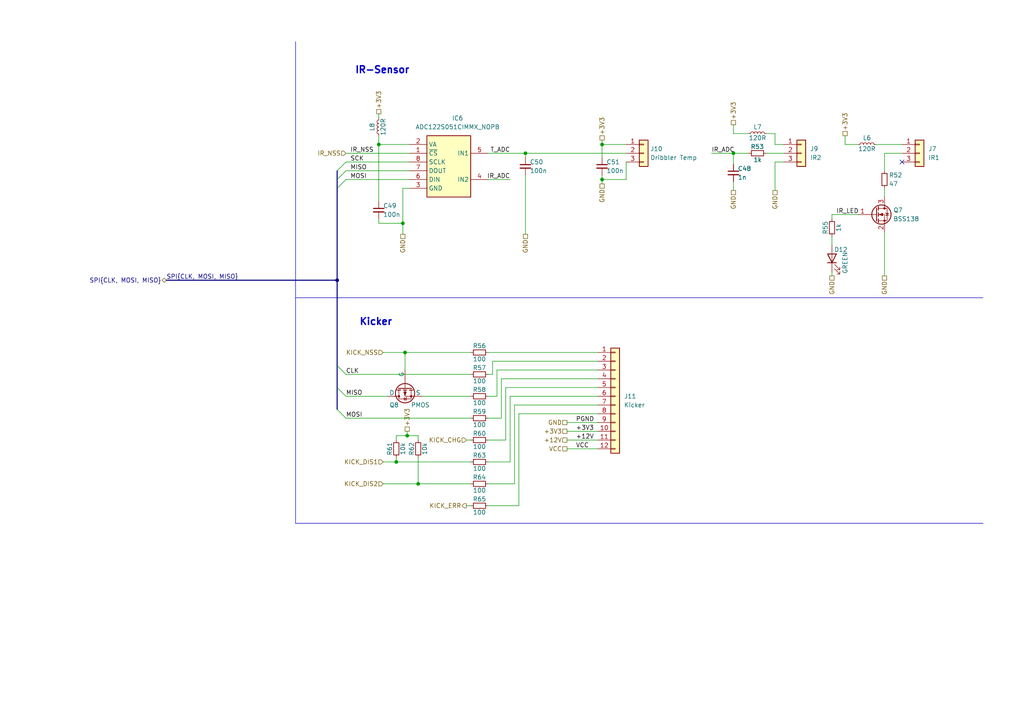
<source format=kicad_sch>
(kicad_sch (version 20230121) (generator eeschema)
  (paper "A4")
  (lib_symbols
    (symbol "ADC122S051CIMMX_NOPB:ADC122S051CIMMX_NOPB"
      (property "Reference" "IC6" (at 13.97 7.62 0))
      (property "Value" "ADC122S051CIMMX_NOPB" (at 13.97 5.08 0))
      (symbol "ADC122S051CIMMX_NOPB_1_1"
        (rectangle (start 5.08 2.54) (end 17.78 -15.24) (stroke (width 0.254)) (fill (type background)))
        (pin passive line (at 0 -2.54 0) (length 5.08) (name "~{CS}") (number "1"))
        (pin passive line (at 0 0 0) (length 5.08) (name "VA") (number "2"))
        (pin passive line (at 0 -12.7 0) (length 5.08) (name "GND") (number "3"))
        (pin passive line (at 22.86 -10.16 180) (length 5.08) (name "IN2") (number "4"))
        (pin passive line (at 22.86 -2.54 180) (length 5.08) (name "IN1") (number "5"))
        (pin passive line (at 0 -10.16 0) (length 5.08) (name "DIN") (number "6"))
        (pin passive line (at 0 -7.62 0) (length 5.08) (name "DOUT") (number "7"))
        (pin passive line (at 0 -5.08 0) (length 5.08) (name "SCLK") (number "8"))
      )
    )
    (symbol "Connector_Generic:Conn_01x03" (pin_names (offset 1.016) hide)
      (property "Reference" "J" (at 0 5.08 0))
      (property "Value" "Conn_01x03" (at 0 -5.08 0))
      (symbol "Conn_01x03_1_1"
        (rectangle (start -1.27 -2.413) (end 0 -2.667) (stroke (width 0.1524)))
        (rectangle (start -1.27 0.127) (end 0 -0.127) (stroke (width 0.1524)))
        (rectangle (start -1.27 2.667) (end 0 2.413) (stroke (width 0.1524)))
        (rectangle (start -1.27 3.81) (end 1.27 -3.81) (stroke (width 0.254)) (fill (type background)))
        (pin passive line (at -5.08 2.54 0) (length 3.81) (name "Pin_1") (number "1"))
        (pin passive line (at -5.08 0 0) (length 3.81) (name "Pin_2") (number "2"))
        (pin passive line (at -5.08 -2.54 0) (length 3.81) (name "Pin_3") (number "3"))
      )
    )
    (symbol "Connector_Generic:Conn_01x12" (pin_names (offset 1.016) hide)
      (property "Reference" "J" (at 0 15.24 0))
      (property "Value" "Conn_01x12" (at 0 -17.78 0))
      (symbol "Conn_01x12_1_1"
        (rectangle (start -1.27 -15.113) (end 0 -15.367) (stroke (width 0.1524)))
        (rectangle (start -1.27 -12.573) (end 0 -12.827) (stroke (width 0.1524)))
        (rectangle (start -1.27 -10.033) (end 0 -10.287) (stroke (width 0.1524)))
        (rectangle (start -1.27 -7.493) (end 0 -7.747) (stroke (width 0.1524)))
        (rectangle (start -1.27 -4.953) (end 0 -5.207) (stroke (width 0.1524)))
        (rectangle (start -1.27 -2.413) (end 0 -2.667) (stroke (width 0.1524)))
        (rectangle (start -1.27 0.127) (end 0 -0.127) (stroke (width 0.1524)))
        (rectangle (start -1.27 2.667) (end 0 2.413) (stroke (width 0.1524)))
        (rectangle (start -1.27 5.207) (end 0 4.953) (stroke (width 0.1524)))
        (rectangle (start -1.27 7.747) (end 0 7.493) (stroke (width 0.1524)))
        (rectangle (start -1.27 10.287) (end 0 10.033) (stroke (width 0.1524)))
        (rectangle (start -1.27 12.827) (end 0 12.573) (stroke (width 0.1524)))
        (rectangle (start -1.27 13.97) (end 1.27 -16.51) (stroke (width 0.254)) (fill (type background)))
        (pin passive line (at -5.08 12.7 0) (length 3.81) (name "Pin_1") (number "1"))
        (pin passive line (at -5.08 -10.16 0) (length 3.81) (name "Pin_10") (number "10"))
        (pin passive line (at -5.08 -12.7 0) (length 3.81) (name "Pin_11") (number "11"))
        (pin passive line (at -5.08 -15.24 0) (length 3.81) (name "Pin_12") (number "12"))
        (pin passive line (at -5.08 10.16 0) (length 3.81) (name "Pin_2") (number "2"))
        (pin passive line (at -5.08 7.62 0) (length 3.81) (name "Pin_3") (number "3"))
        (pin passive line (at -5.08 5.08 0) (length 3.81) (name "Pin_4") (number "4"))
        (pin passive line (at -5.08 2.54 0) (length 3.81) (name "Pin_5") (number "5"))
        (pin passive line (at -5.08 0 0) (length 3.81) (name "Pin_6") (number "6"))
        (pin passive line (at -5.08 -2.54 0) (length 3.81) (name "Pin_7") (number "7"))
        (pin passive line (at -5.08 -5.08 0) (length 3.81) (name "Pin_8") (number "8"))
        (pin passive line (at -5.08 -7.62 0) (length 3.81) (name "Pin_9") (number "9"))
      )
    )
    (symbol "Device:C_Small" (pin_numbers hide) (pin_names (offset 0.254) hide)
      (property "Reference" "C" (at 0.254 1.778 0))
      (property "Value" "C_Small" (at 0.254 -2.032 0))
      (symbol "C_Small_0_1"
        (polyline (pts (xy -1.524 -0.508) (xy 1.524 -0.508)) (stroke (width 0.3302)))
        (polyline (pts (xy -1.524 0.508) (xy 1.524 0.508)) (stroke (width 0.3048)))
      )
      (symbol "C_Small_1_1"
        (pin passive line (at 0 2.54 270) (length 2.032) (name "~") (number "1"))
        (pin passive line (at 0 -2.54 90) (length 2.032) (name "~") (number "2"))
      )
    )
    (symbol "Device:LED" (pin_numbers hide) (pin_names (offset 1.016) hide)
      (property "Reference" "D" (at 0 2.54 0))
      (property "Value" "LED" (at 0 -2.54 0))
      (symbol "LED_0_1"
        (polyline (pts (xy -1.27 -1.27) (xy -1.27 1.27)) (stroke (width 0.254)))
        (polyline (pts (xy -1.27 0) (xy 1.27 0)))
        (polyline (pts (xy 1.27 -1.27) (xy 1.27 1.27) (xy -1.27 0) (xy 1.27 -1.27)) (stroke (width 0.254)))
        (polyline (pts (xy -3.048 -0.762) (xy -4.572 -2.286) (xy -3.81 -2.286) (xy -4.572 -2.286) (xy -4.572 -1.524)))
        (polyline (pts (xy -1.778 -0.762) (xy -3.302 -2.286) (xy -2.54 -2.286) (xy -3.302 -2.286) (xy -3.302 -1.524)))
      )
      (symbol "LED_1_1"
        (pin passive line (at -3.81 0 0) (length 2.54) (name "K") (number "1"))
        (pin passive line (at 3.81 0 180) (length 2.54) (name "A") (number "2"))
      )
    )
    (symbol "Device:L_Small" (pin_numbers hide) (pin_names (offset 0.254) hide)
      (property "Reference" "L" (at 0.762 1.016 0))
      (property "Value" "L_Small" (at 0.762 -1.016 0))
      (symbol "L_Small_0_1"
        (arc (start 0 -2.032) (mid 0.5058 -1.524) (end 0 -1.016))
        (arc (start 0 -1.016) (mid 0.5058 -0.508) (end 0 0))
        (arc (start 0 0) (mid 0.5058 0.508) (end 0 1.016))
        (arc (start 0 1.016) (mid 0.5058 1.524) (end 0 2.032))
      )
      (symbol "L_Small_1_1"
        (pin passive line (at 0 2.54 270) (length 0.508) (name "~") (number "1"))
        (pin passive line (at 0 -2.54 90) (length 0.508) (name "~") (number "2"))
      )
    )
    (symbol "Device:R_Small" (pin_numbers hide) (pin_names (offset 0.254) hide)
      (property "Reference" "R" (at 0.762 0.508 0))
      (property "Value" "R_Small" (at 0.762 -1.016 0))
      (symbol "R_Small_0_1"
        (rectangle (start -0.762 1.778) (end 0.762 -1.778) (stroke (width 0.2032)))
      )
      (symbol "R_Small_1_1"
        (pin passive line (at 0 2.54 270) (length 0.762) (name "~") (number "1"))
        (pin passive line (at 0 -2.54 90) (length 0.762) (name "~") (number "2"))
      )
    )
    (symbol "Simulation_SPICE:PMOS" (pin_numbers hide) (pin_names (offset 0))
      (property "Reference" "Q" (at 5.08 1.27 0))
      (property "Value" "PMOS" (at 5.08 -1.27 0))
      (symbol "PMOS_0_1"
        (polyline (pts (xy 0.254 0) (xy -2.54 0)))
        (polyline (pts (xy 0.254 1.905) (xy 0.254 -1.905)) (stroke (width 0.254)))
        (polyline (pts (xy 0.762 -1.27) (xy 0.762 -2.286)) (stroke (width 0.254)))
        (polyline (pts (xy 0.762 0.508) (xy 0.762 -0.508)) (stroke (width 0.254)))
        (polyline (pts (xy 0.762 2.286) (xy 0.762 1.27)) (stroke (width 0.254)))
        (polyline (pts (xy 2.54 2.54) (xy 2.54 1.778)))
        (polyline (pts (xy 2.54 -2.54) (xy 2.54 0) (xy 0.762 0)))
        (polyline (pts (xy 0.762 1.778) (xy 3.302 1.778) (xy 3.302 -1.778) (xy 0.762 -1.778)))
        (polyline (pts (xy 2.286 0) (xy 1.27 0.381) (xy 1.27 -0.381) (xy 2.286 0)) (fill (type outline)))
        (polyline (pts (xy 2.794 -0.508) (xy 2.921 -0.381) (xy 3.683 -0.381) (xy 3.81 -0.254)))
        (polyline (pts (xy 3.302 -0.381) (xy 2.921 0.254) (xy 3.683 0.254) (xy 3.302 -0.381)))
        (circle (center 1.651 0) (radius 2.794) (stroke (width 0.254)))
        (circle (center 2.54 -1.778) (radius 0.254) (fill (type outline)))
        (circle (center 2.54 1.778) (radius 0.254) (fill (type outline)))
      )
      (symbol "PMOS_1_1"
        (pin passive line (at 2.54 5.08 270) (length 2.54) (name "D") (number "1"))
        (pin input line (at -5.08 0 0) (length 2.54) (name "G") (number "2"))
        (pin passive line (at 2.54 -5.08 90) (length 2.54) (name "S") (number "3"))
      )
    )
    (symbol "Transistor_FET:BSS138" (pin_names hide)
      (property "Reference" "Q" (at 5.08 1.905 0))
      (property "Value" "BSS138" (at 5.08 0 0))
      (symbol "BSS138_0_1"
        (polyline (pts (xy 0.254 0) (xy -2.54 0)))
        (polyline (pts (xy 0.254 1.905) (xy 0.254 -1.905)) (stroke (width 0.254)))
        (polyline (pts (xy 0.762 -1.27) (xy 0.762 -2.286)) (stroke (width 0.254)))
        (polyline (pts (xy 0.762 0.508) (xy 0.762 -0.508)) (stroke (width 0.254)))
        (polyline (pts (xy 0.762 2.286) (xy 0.762 1.27)) (stroke (width 0.254)))
        (polyline (pts (xy 2.54 2.54) (xy 2.54 1.778)))
        (polyline (pts (xy 2.54 -2.54) (xy 2.54 0) (xy 0.762 0)))
        (polyline (pts (xy 0.762 -1.778) (xy 3.302 -1.778) (xy 3.302 1.778) (xy 0.762 1.778)))
        (polyline (pts (xy 1.016 0) (xy 2.032 0.381) (xy 2.032 -0.381) (xy 1.016 0)) (fill (type outline)))
        (polyline (pts (xy 2.794 0.508) (xy 2.921 0.381) (xy 3.683 0.381) (xy 3.81 0.254)))
        (polyline (pts (xy 3.302 0.381) (xy 2.921 -0.254) (xy 3.683 -0.254) (xy 3.302 0.381)))
        (circle (center 1.651 0) (radius 2.794) (stroke (width 0.254)))
        (circle (center 2.54 -1.778) (radius 0.254) (fill (type outline)))
        (circle (center 2.54 1.778) (radius 0.254) (fill (type outline)))
      )
      (symbol "BSS138_1_1"
        (pin input line (at -5.08 0 0) (length 2.54) (name "G") (number "1"))
        (pin passive line (at 2.54 -5.08 90) (length 2.54) (name "S") (number "2"))
        (pin passive line (at 2.54 5.08 270) (length 2.54) (name "D") (number "3"))
      )
    )
  )
  (junction (at 116.84 64.77))
  (junction (at 118.11 126.365))
  (junction (at 97.79 81.28))
  (junction (at 114.935 133.985))
  (junction (at 174.625 41.91))
  (junction (at 174.625 52.07))
  (junction (at 117.475 102.235))
  (junction (at 212.725 44.45))
  (junction (at 109.855 41.91))
  (junction (at 152.4 44.45))
  (junction (at 121.285 140.335))
  (no_connect (at 261.62 46.99))
  (bus_entry (at 97.79 112.395) (size 2.54 2.54))
  (bus_entry (at 97.79 49.53) (size 2.54 -2.54))
  (bus_entry (at 97.79 54.61) (size 2.54 -2.54))
  (bus_entry (at 97.79 52.07) (size 2.54 -2.54))
  (bus_entry (at 97.79 118.745) (size 2.54 2.54))
  (bus_entry (at 97.79 106.045) (size 2.54 2.54))
  (wire (pts (xy 241.3 78.74) (xy 241.3 80.01)))
  (wire (pts (xy 206.375 44.45) (xy 212.725 44.45)))
  (wire (pts (xy 256.54 44.45) (xy 256.54 49.53)))
  (wire (pts (xy 174.625 40.64) (xy 174.625 41.91)))
  (bus (pts (xy 97.79 81.28) (xy 97.79 106.045)))
  (polyline (pts (xy 85.725 12.065) (xy 85.725 86.36)))
  (wire (pts (xy 142.875 108.585) (xy 142.875 104.775)))
  (wire (pts (xy 149.225 117.475) (xy 173.355 117.475)))
  (wire (pts (xy 144.145 107.315) (xy 173.355 107.315)))
  (wire (pts (xy 217.17 44.45) (xy 212.725 44.45)))
  (wire (pts (xy 100.33 52.07) (xy 118.745 52.07)))
  (wire (pts (xy 117.475 102.235) (xy 136.525 102.235)))
  (wire (pts (xy 181.61 52.07) (xy 174.625 52.07)))
  (wire (pts (xy 141.605 114.935) (xy 144.145 114.935)))
  (wire (pts (xy 145.415 121.285) (xy 145.415 109.855)))
  (wire (pts (xy 141.605 146.685) (xy 150.495 146.685)))
  (wire (pts (xy 141.605 140.335) (xy 149.225 140.335)))
  (polyline (pts (xy 85.725 151.765) (xy 285.115 151.765)))
  (wire (pts (xy 122.555 114.935) (xy 136.525 114.935)))
  (wire (pts (xy 109.855 64.77) (xy 116.84 64.77)))
  (bus (pts (xy 97.79 52.07) (xy 97.79 54.61)))
  (wire (pts (xy 152.4 50.8) (xy 152.4 67.945)))
  (wire (pts (xy 100.33 121.285) (xy 136.525 121.285)))
  (wire (pts (xy 145.415 109.855) (xy 173.355 109.855)))
  (wire (pts (xy 116.84 54.61) (xy 116.84 64.77)))
  (wire (pts (xy 141.605 127.635) (xy 146.685 127.635)))
  (wire (pts (xy 114.935 132.715) (xy 114.935 133.985)))
  (wire (pts (xy 109.855 33.02) (xy 109.855 34.29)))
  (bus (pts (xy 97.79 54.61) (xy 97.79 81.28)))
  (wire (pts (xy 217.17 38.735) (xy 212.725 38.735)))
  (bus (pts (xy 97.79 112.395) (xy 97.79 118.745)))
  (wire (pts (xy 164.465 130.175) (xy 173.355 130.175)))
  (wire (pts (xy 174.625 52.07) (xy 174.625 53.34)))
  (wire (pts (xy 164.465 122.555) (xy 173.355 122.555)))
  (wire (pts (xy 100.33 114.935) (xy 112.395 114.935)))
  (wire (pts (xy 174.625 52.07) (xy 174.625 50.8)))
  (wire (pts (xy 227.33 41.91) (xy 224.79 41.91)))
  (wire (pts (xy 224.79 41.91) (xy 224.79 38.735)))
  (wire (pts (xy 141.605 108.585) (xy 142.875 108.585)))
  (wire (pts (xy 118.745 54.61) (xy 116.84 54.61)))
  (wire (pts (xy 241.3 62.23) (xy 248.92 62.23)))
  (wire (pts (xy 111.125 140.335) (xy 121.285 140.335)))
  (wire (pts (xy 256.54 54.61) (xy 256.54 57.15)))
  (wire (pts (xy 164.465 127.635) (xy 173.355 127.635)))
  (wire (pts (xy 141.605 52.07) (xy 147.955 52.07)))
  (wire (pts (xy 121.285 126.365) (xy 118.11 126.365)))
  (polyline (pts (xy 85.725 86.36) (xy 85.725 151.765)))
  (bus (pts (xy 97.79 106.045) (xy 97.79 112.395)))
  (wire (pts (xy 147.955 114.935) (xy 173.355 114.935)))
  (wire (pts (xy 100.33 49.53) (xy 118.745 49.53)))
  (polyline (pts (xy 85.725 86.36) (xy 285.115 86.36)))
  (wire (pts (xy 150.495 120.015) (xy 173.355 120.015)))
  (wire (pts (xy 114.935 126.365) (xy 114.935 127.635)))
  (wire (pts (xy 141.605 133.985) (xy 147.955 133.985)))
  (bus (pts (xy 48.26 81.28) (xy 97.79 81.28)))
  (wire (pts (xy 118.11 125.095) (xy 118.11 126.365)))
  (wire (pts (xy 254 41.91) (xy 261.62 41.91)))
  (wire (pts (xy 109.855 63.5) (xy 109.855 64.77)))
  (wire (pts (xy 152.4 45.72) (xy 152.4 44.45)))
  (wire (pts (xy 141.605 121.285) (xy 145.415 121.285)))
  (wire (pts (xy 109.855 58.42) (xy 109.855 41.91)))
  (bus (pts (xy 97.79 49.53) (xy 97.79 52.07)))
  (wire (pts (xy 149.225 140.335) (xy 149.225 117.475)))
  (wire (pts (xy 212.725 52.705) (xy 212.725 55.245)))
  (wire (pts (xy 224.79 38.735) (xy 222.25 38.735)))
  (wire (pts (xy 100.33 46.99) (xy 118.745 46.99)))
  (wire (pts (xy 227.33 46.99) (xy 224.79 46.99)))
  (wire (pts (xy 121.285 140.335) (xy 136.525 140.335)))
  (wire (pts (xy 117.475 107.315) (xy 117.475 102.235)))
  (wire (pts (xy 109.855 41.91) (xy 118.745 41.91)))
  (wire (pts (xy 147.955 133.985) (xy 147.955 114.935)))
  (wire (pts (xy 241.3 68.58) (xy 241.3 71.12)))
  (wire (pts (xy 109.855 39.37) (xy 109.855 41.91)))
  (wire (pts (xy 142.875 104.775) (xy 173.355 104.775)))
  (wire (pts (xy 174.625 45.72) (xy 174.625 41.91)))
  (wire (pts (xy 164.465 125.095) (xy 173.355 125.095)))
  (wire (pts (xy 245.11 39.37) (xy 245.11 41.91)))
  (wire (pts (xy 146.685 127.635) (xy 146.685 112.395)))
  (wire (pts (xy 111.125 102.235) (xy 117.475 102.235)))
  (wire (pts (xy 181.61 46.99) (xy 181.61 52.07)))
  (wire (pts (xy 121.285 127.635) (xy 121.285 126.365)))
  (wire (pts (xy 212.725 44.45) (xy 212.725 47.625)))
  (wire (pts (xy 261.62 44.45) (xy 256.54 44.45)))
  (wire (pts (xy 224.79 46.99) (xy 224.79 55.245)))
  (wire (pts (xy 121.285 132.715) (xy 121.285 140.335)))
  (wire (pts (xy 100.33 44.45) (xy 118.745 44.45)))
  (wire (pts (xy 248.92 41.91) (xy 245.11 41.91)))
  (wire (pts (xy 256.54 67.31) (xy 256.54 80.01)))
  (wire (pts (xy 241.3 63.5) (xy 241.3 62.23)))
  (wire (pts (xy 135.255 146.685) (xy 136.525 146.685)))
  (wire (pts (xy 100.33 108.585) (xy 136.525 108.585)))
  (wire (pts (xy 141.605 102.235) (xy 173.355 102.235)))
  (wire (pts (xy 146.685 112.395) (xy 173.355 112.395)))
  (wire (pts (xy 222.25 44.45) (xy 227.33 44.45)))
  (wire (pts (xy 150.495 146.685) (xy 150.495 120.015)))
  (wire (pts (xy 174.625 41.91) (xy 181.61 41.91)))
  (wire (pts (xy 114.935 133.985) (xy 136.525 133.985)))
  (wire (pts (xy 144.145 114.935) (xy 144.145 107.315)))
  (wire (pts (xy 135.255 127.635) (xy 136.525 127.635)))
  (wire (pts (xy 152.4 44.45) (xy 181.61 44.45)))
  (wire (pts (xy 116.84 64.77) (xy 116.84 67.945)))
  (wire (pts (xy 111.125 133.985) (xy 114.935 133.985)))
  (wire (pts (xy 141.605 44.45) (xy 152.4 44.45)))
  (wire (pts (xy 118.11 126.365) (xy 114.935 126.365)))
  (wire (pts (xy 212.725 36.195) (xy 212.725 38.735)))
  (text "Kicker" (at 104.14 94.615 0) (effects (font (size 2 2) bold) (justify left bottom)))
  (text "IR-Sensor" (at 102.87 21.59 0) (effects (font (size 2 2) (thickness 0.4) bold) (justify left bottom)))
  (label "VCC" (at 167.005 130.175 0))
  (label "MOSI" (at 100.33 121.285 0))
  (label "IR_ADC" (at 147.955 52.07 180))
  (label "MISO" (at 100.33 114.935 0))
  (label "PGND" (at 167.005 122.555 0))
  (label "+12V" (at 167.005 127.635 0))
  (label "MOSI" (at 101.6 52.07 0))
  (label "SPI{CLK, MOSI, MISO}" (at 48.26 81.28 0))
  (label "T_ADC" (at 147.955 44.45 180))
  (label "SCK" (at 101.6 46.99 0))
  (label "IR_LED" (at 242.57 62.23 0))
  (label "IR_ADC" (at 206.375 44.45 0))
  (label "IR_NSS" (at 101.6 44.45 0))
  (label "CLK" (at 100.33 108.585 0))
  (label "+3V3" (at 167.005 125.095 0))
  (label "MISO" (at 101.6 49.53 0))
  (hierarchical_label "+3V3" (shape passive) (at 212.725 36.195 90))
  (hierarchical_label "KICK_DIS1" (shape input) (at 111.125 133.985 180))
  (hierarchical_label "+3V3" (shape passive) (at 109.855 33.02 90))
  (hierarchical_label "IR_NSS" (shape input) (at 100.33 44.45 180))
  (hierarchical_label "GND" (shape passive) (at 164.465 122.555 180))
  (hierarchical_label "+3V3" (shape passive) (at 174.625 40.64 90))
  (hierarchical_label "GND" (shape passive) (at 212.725 55.245 270))
  (hierarchical_label "GND" (shape passive) (at 256.54 80.01 270))
  (hierarchical_label "KICK_CHG" (shape input) (at 135.255 127.635 180))
  (hierarchical_label "KICK_ERR" (shape output) (at 135.255 146.685 180))
  (hierarchical_label "+3V3" (shape passive) (at 245.11 39.37 90))
  (hierarchical_label "KICK_NSS" (shape input) (at 111.125 102.235 180))
  (hierarchical_label "GND" (shape passive) (at 174.625 53.34 270))
  (hierarchical_label "KICK_DIS2" (shape input) (at 111.125 140.335 180))
  (hierarchical_label "GND" (shape passive) (at 241.3 80.01 270))
  (hierarchical_label "GND" (shape passive) (at 152.4 67.945 270))
  (hierarchical_label "+3V3" (shape passive) (at 164.465 125.095 180))
  (hierarchical_label "GND" (shape passive) (at 116.84 67.945 270))
  (hierarchical_label "SPI{CLK, MOSI, MISO}" (shape bidirectional) (at 48.26 81.28 180))
  (hierarchical_label "GND" (shape passive) (at 224.79 55.245 270))
  (hierarchical_label "+12V" (shape passive) (at 164.465 127.635 180))
  (hierarchical_label "+3V3" (shape passive) (at 118.11 125.095 90))
  (hierarchical_label "VCC" (shape passive) (at 164.465 130.175 180))
  (symbol (lib_id "Device:C_Small") (at 174.625 48.26 0) (unit 1)
    (property "Reference" "C51" (at 175.895 46.99 0) (effects (justify left)))
    (property "Value" "100n" (at 175.895 49.53 0) (effects (justify left)))
  )
  (symbol (lib_id "Device:C_Small") (at 212.725 50.165 0) (unit 1)
    (property "Reference" "C48" (at 213.995 48.895 0) (effects (justify left)))
    (property "Value" "1n" (at 213.995 51.435 0) (effects (justify left)))
  )
  (symbol (lib_id "Connector_Generic:Conn_01x12") (at 178.435 114.935 0) (unit 1)
    (property "Reference" "J11" (at 180.975 114.935 0) (effects (justify left)))
    (property "Value" "Kicker" (at 180.975 117.475 0) (effects (justify left)))
    (property "Footprint" "DF13-12P-1.25H_21_:DF1312P125H21" (effects hide))
  )
  (symbol (lib_id "Transistor_FET:BSS138") (at 254 62.23 0) (unit 1)
    (property "Reference" "Q7" (at 259.08 60.96 0) (effects (justify left)))
    (property "Value" "BSS138" (at 259.08 63.5 0) (effects (justify left)))
    (property "Footprint" "Package_TO_SOT_SMD:SOT-23" (effects hide))
    (property "Datasheet" "https://www.onsemi.com/pub/Collateral/BSS138-D.PDF" (effects hide))
  )
  (symbol (lib_id "Connector_Generic:Conn_01x03") (at 186.69 44.45 0) (unit 1)
    (property "Reference" "J10" (at 188.595 43.18 0) (effects (justify left)))
    (property "Value" "Dribbler Temp" (at 188.595 45.72 0) (effects (justify left)))
    (property "Footprint" "DF13A-3P-1.25H_21_:DF13A3P125H21" (effects hide))
  )
  (symbol (lib_id "Device:R_Small") (at 139.065 127.635 90) (unit 1)
    (property "Reference" "R60" (at 139.065 125.73 90))
    (property "Value" "100" (at 139.065 129.54 90))
  )
  (symbol (lib_id "Device:R_Small") (at 139.065 108.585 90) (unit 1)
    (property "Reference" "R57" (at 139.065 106.68 90))
    (property "Value" "100" (at 139.065 110.49 90))
  )
  (symbol (lib_id "Device:R_Small") (at 139.065 121.285 90) (unit 1)
    (property "Reference" "R59" (at 139.065 119.38 90))
    (property "Value" "100" (at 139.065 123.19 90))
  )
  (symbol (lib_id "Device:C_Small") (at 109.855 60.96 0) (unit 1)
    (property "Reference" "C49" (at 111.125 59.69 0) (effects (justify left)))
    (property "Value" "100n" (at 111.125 62.23 0) (effects (justify left)))
  )
  (symbol (lib_id "Device:C_Small") (at 152.4 48.26 0) (unit 1)
    (property "Reference" "C50" (at 153.67 46.99 0) (effects (justify left)))
    (property "Value" "100n" (at 153.67 49.53 0) (effects (justify left)))
  )
  (symbol (lib_id "Connector_Generic:Conn_01x03") (at 266.7 44.45 0) (unit 1)
    (property "Reference" "J7" (at 269.24 43.18 0) (effects (justify left)))
    (property "Value" "IR1" (at 269.24 45.72 0) (effects (justify left)))
    (property "Footprint" "DF13A-3P-1.25H_21_:DF13A3P125H21" (effects hide))
  )
  (symbol (lib_id "Device:R_Small") (at 139.065 133.985 90) (unit 1)
    (property "Reference" "R63" (at 139.065 132.08 90))
    (property "Value" "100" (at 139.065 135.89 90))
  )
  (symbol (lib_id "Device:R_Small") (at 114.935 130.175 180) (unit 1)
    (property "Reference" "R61" (at 113.03 130.175 90))
    (property "Value" "10k" (at 116.84 130.175 90))
  )
  (symbol (lib_id "Simulation_SPICE:PMOS") (at 117.475 112.395 90) (mirror x) (unit 1)
    (property "Reference" "Q8" (at 114.3 117.475 90))
    (property "Value" "PMOS" (at 121.92 117.475 90))
    (property "Datasheet" "https://ngspice.sourceforge.io/docs/ngspice-manual.pdf" (effects hide))
    (property "Sim.Device" "PMOS" (effects hide))
    (property "Sim.Type" "VDMOS" (effects hide))
    (property "Sim.Pins" "1=D 2=G 3=S" (effects hide))
  )
  (symbol (lib_id "Device:L_Small") (at 109.855 36.83 180) (unit 1)
    (property "Reference" "L8" (at 107.95 36.83 90))
    (property "Value" "120R" (at 111.125 36.83 90))
  )
  (symbol (lib_id "Connector_Generic:Conn_01x03") (at 232.41 44.45 0) (unit 1)
    (property "Reference" "J9" (at 234.95 43.18 0) (effects (justify left)))
    (property "Value" "IR2" (at 234.95 45.72 0) (effects (justify left)))
    (property "Footprint" "DF13A-3P-1.25H_21_:DF13A3P125H21" (effects hide))
  )
  (symbol (lib_id "Device:R_Small") (at 139.065 146.685 90) (unit 1)
    (property "Reference" "R65" (at 139.065 144.78 90))
    (property "Value" "100" (at 139.065 148.59 90))
  )
  (symbol (lib_id "Device:R_Small") (at 256.54 52.07 0) (unit 1)
    (property "Reference" "R52" (at 257.81 50.8 0) (effects (justify left)))
    (property "Value" "47" (at 257.81 53.34 0) (effects (justify left)))
  )
  (symbol (lib_id "Device:R_Small") (at 241.3 66.04 0) (unit 1)
    (property "Reference" "R55" (at 239.395 66.04 90))
    (property "Value" "1k" (at 243.205 66.04 90))
  )
  (symbol (lib_id "Device:R_Small") (at 121.285 130.175 180) (unit 1)
    (property "Reference" "R62" (at 119.38 130.175 90))
    (property "Value" "10k" (at 123.19 130.175 90))
  )
  (symbol (lib_id "Device:R_Small") (at 139.065 102.235 90) (unit 1)
    (property "Reference" "R56" (at 139.065 100.33 90))
    (property "Value" "100" (at 139.065 104.14 90))
  )
  (symbol (lib_id "Device:R_Small") (at 139.065 140.335 90) (unit 1)
    (property "Reference" "R64" (at 139.065 138.43 90))
    (property "Value" "100" (at 139.065 142.24 90))
  )
  (symbol (lib_id "Device:L_Small") (at 251.46 41.91 90) (unit 1)
    (property "Reference" "L6" (at 251.46 40.005 90))
    (property "Value" "120R" (at 251.46 43.18 90))
  )
  (symbol (lib_id "ADC122S051CIMMX_NOPB:ADC122S051CIMMX_NOPB") (at 118.745 41.91 0) (unit 1)
    (property "Reference" "IC6" (at 132.715 34.29 0))
    (property "Value" "ADC122S051CIMMX_NOPB" (at 132.715 36.83 0))
    (property "Footprint" "SOP65P490X110-8N" (effects hide))
    (property "Datasheet" "http://www.ti.com/lit/gpn/adc122s051" (effects hide))
    (property "Height" "1.1" (effects hide))
    (property "Mouser Part Number" "926-A122S051CIMMXNPB" (effects hide))
    (property "Mouser Price/Stock" "https://www.mouser.co.uk/ProductDetail/Texas-Instruments/ADC122S051CIMMX-NOPB?qs=7X5t%252BdzoRHBJ6smMG2z7%2FA%3D%3D" (effects hide))
    (property "Manufacturer_Name" "Texas Instruments" (effects hide))
    (property "Manufacturer_Part_Number" "ADC122S051CIMMX/NOPB" (effects hide))
  )
  (symbol (lib_id "Device:R_Small") (at 219.71 44.45 90) (unit 1)
    (property "Reference" "R53" (at 221.615 42.545 90) (effects (justify left)))
    (property "Value" "1k" (at 220.98 46.355 90) (effects (justify left)))
  )
  (symbol (lib_id "Device:LED") (at 241.3 74.93 90) (unit 1)
    (property "Reference" "D12" (at 241.935 72.39 90) (effects (justify right)))
    (property "Value" "GREEN" (at 245.11 73.025 0) (effects (justify right)))
    (property "Color" "gr" (effects hide))
  )
  (symbol (lib_id "Device:R_Small") (at 139.065 114.935 90) (unit 1)
    (property "Reference" "R58" (at 139.065 113.03 90))
    (property "Value" "100" (at 139.065 116.84 90))
  )
  (symbol (lib_id "Device:L_Small") (at 219.71 38.735 90) (unit 1)
    (property "Reference" "L7" (at 219.71 36.83 90))
    (property "Value" "120R" (at 219.71 40.005 90))
  )
)
</source>
